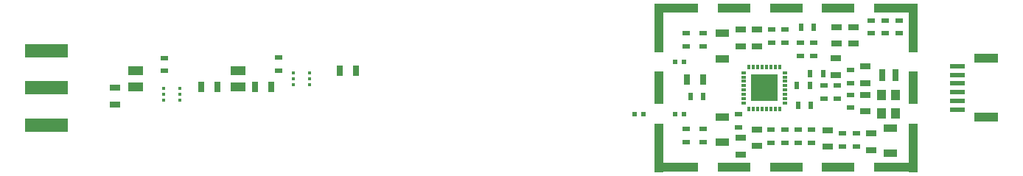
<source format=gbr>
%TF.GenerationSoftware,KiCad,Pcbnew,(5.1.6)-1*%
%TF.CreationDate,2022-03-29T15:59:44+02:00*%
%TF.ProjectId,MW_generator,4d575f67-656e-4657-9261-746f722e6b69,rev?*%
%TF.SameCoordinates,Original*%
%TF.FileFunction,Paste,Top*%
%TF.FilePolarity,Positive*%
%FSLAX46Y46*%
G04 Gerber Fmt 4.6, Leading zero omitted, Abs format (unit mm)*
G04 Created by KiCad (PCBNEW (5.1.6)-1) date 2022-03-29 15:59:44*
%MOMM*%
%LPD*%
G01*
G04 APERTURE LIST*
%ADD10R,0.500000X0.600000*%
%ADD11R,0.900000X0.600000*%
%ADD12R,2.800000X1.000000*%
%ADD13R,1.700000X0.600000*%
%ADD14R,1.100000X1.300000*%
%ADD15R,0.700000X1.300000*%
%ADD16R,0.600000X0.900000*%
%ADD17R,3.800000X1.000000*%
%ADD18R,5.000000X1.000000*%
%ADD19R,1.000000X3.800000*%
%ADD20R,1.000000X5.550000*%
%ADD21R,0.400000X0.400000*%
%ADD22R,1.780000X1.020000*%
%ADD23R,1.300000X0.700000*%
%ADD24R,0.600000X0.300000*%
%ADD25R,0.300000X0.600000*%
%ADD26R,3.100000X3.100000*%
%ADD27R,1.600000X0.900000*%
%ADD28R,0.700000X1.450000*%
%ADD29R,5.000000X1.524000*%
G04 APERTURE END LIST*
D10*
%TO.C,R11*%
X170100000Y-113000000D03*
X171100000Y-113000000D03*
%TD*%
%TO.C,L5*%
X174750000Y-113000000D03*
X175750000Y-113000000D03*
%TD*%
%TO.C,L4*%
X174750000Y-107000000D03*
X175750000Y-107000000D03*
%TD*%
D11*
%TO.C,L2*%
X178000000Y-105250000D03*
X178000000Y-103750000D03*
%TD*%
%TO.C,L3*%
X178000000Y-116250000D03*
X178000000Y-114750000D03*
%TD*%
D12*
%TO.C,J1*%
X210500000Y-106600000D03*
X210500000Y-113400000D03*
D13*
X207150000Y-112500000D03*
X207150000Y-111500000D03*
X207150000Y-110500000D03*
X207150000Y-109500000D03*
X207150000Y-108500000D03*
X207150000Y-107500000D03*
%TD*%
D14*
%TO.C,X1*%
X200075000Y-110800000D03*
X200075000Y-112900000D03*
X198425000Y-112900000D03*
X198425000Y-110800000D03*
%TD*%
D15*
%TO.C,C24*%
X178000000Y-109000000D03*
X176100000Y-109000000D03*
%TD*%
D16*
%TO.C,C23*%
X178000000Y-111000000D03*
X176500000Y-111000000D03*
%TD*%
D17*
%TO.C,J3*%
X193500000Y-119150000D03*
X181500000Y-119150000D03*
X193500000Y-100850000D03*
X181500000Y-100850000D03*
D18*
X200080000Y-100850000D03*
X200080000Y-119150000D03*
X174920000Y-119150000D03*
X174920000Y-100850000D03*
D17*
X187500000Y-100850000D03*
X187500000Y-119150000D03*
D19*
X202080000Y-110000000D03*
D20*
X202080000Y-116875000D03*
X202080000Y-103125000D03*
X172920000Y-116875000D03*
D19*
X172920000Y-110000000D03*
D20*
X172920000Y-103125000D03*
%TD*%
D11*
%TO.C,C32*%
X129200000Y-108000000D03*
X129200000Y-106500000D03*
%TD*%
%TO.C,C29*%
X116050000Y-108050000D03*
X116050000Y-106550000D03*
%TD*%
%TO.C,C27*%
X182050000Y-113050000D03*
X182050000Y-114550000D03*
%TD*%
%TO.C,C25*%
X176000000Y-116250000D03*
X176000000Y-114750000D03*
%TD*%
%TO.C,C22*%
X176000000Y-103750000D03*
X176000000Y-105250000D03*
%TD*%
%TO.C,C21*%
X187350000Y-103300000D03*
X187350000Y-104800000D03*
%TD*%
%TO.C,C19*%
X185850000Y-103300000D03*
X185850000Y-104800000D03*
%TD*%
%TO.C,C16*%
X187350000Y-116300000D03*
X187350000Y-114800000D03*
%TD*%
D16*
%TO.C,C14*%
X190275000Y-108350000D03*
X191775000Y-108350000D03*
%TD*%
D11*
%TO.C,C13*%
X194900000Y-107950000D03*
X194900000Y-109450000D03*
%TD*%
D16*
%TO.C,C10*%
X190250000Y-109750000D03*
X188750000Y-109750000D03*
%TD*%
D11*
%TO.C,C9*%
X193950000Y-116750000D03*
X193950000Y-115250000D03*
%TD*%
%TO.C,C6*%
X193400000Y-111250000D03*
X193400000Y-109750000D03*
%TD*%
%TO.C,C5*%
X195550000Y-116750000D03*
X195550000Y-115250000D03*
%TD*%
%TO.C,C3*%
X194875000Y-112300000D03*
X194875000Y-110800000D03*
%TD*%
%TO.C,C2*%
X185800000Y-116300000D03*
X185800000Y-114800000D03*
%TD*%
D21*
%TO.C,U3*%
X117875000Y-110100000D03*
X117875000Y-110750000D03*
X117875000Y-111400000D03*
X116025000Y-111400000D03*
X116025000Y-110750000D03*
X116025000Y-110100000D03*
%TD*%
%TO.C,U2*%
X132775000Y-108300000D03*
X132775000Y-108950000D03*
X132775000Y-109600000D03*
X130925000Y-109600000D03*
X130925000Y-108950000D03*
X130925000Y-108300000D03*
%TD*%
D22*
%TO.C,L6*%
X124550000Y-108050000D03*
X124550000Y-109850000D03*
%TD*%
%TO.C,L7*%
X112800000Y-108050000D03*
X112800000Y-109850000D03*
%TD*%
D23*
%TO.C,C33*%
X110400000Y-111900000D03*
X110400000Y-110000000D03*
%TD*%
D15*
%TO.C,C31*%
X122200000Y-109850000D03*
X120300000Y-109850000D03*
%TD*%
%TO.C,C30*%
X128400000Y-109850000D03*
X126500000Y-109850000D03*
%TD*%
%TO.C,C28*%
X138100000Y-108050000D03*
X136200000Y-108050000D03*
%TD*%
D24*
%TO.C,U1*%
X187400000Y-108250000D03*
X187400000Y-108750000D03*
X187400000Y-109250000D03*
X187400000Y-109750000D03*
X187400000Y-110250000D03*
X187400000Y-110750000D03*
X187400000Y-111250000D03*
X187400000Y-111750000D03*
D25*
X186750000Y-112400000D03*
X186250000Y-112400000D03*
X185750000Y-112400000D03*
X185250000Y-112400000D03*
X184750000Y-112400000D03*
X184250000Y-112400000D03*
X183750000Y-112400000D03*
X183250000Y-112400000D03*
D24*
X182600000Y-111750000D03*
X182600000Y-111250000D03*
X182600000Y-110750000D03*
X182600000Y-110250000D03*
X182600000Y-109750000D03*
X182600000Y-109250000D03*
X182600000Y-108750000D03*
X182600000Y-108250000D03*
D25*
X183250000Y-107600000D03*
X183750000Y-107600000D03*
X184250000Y-107600000D03*
X184750000Y-107600000D03*
X185250000Y-107600000D03*
X185750000Y-107600000D03*
X186250000Y-107600000D03*
X186750000Y-107600000D03*
D26*
X185000000Y-110000000D03*
%TD*%
D11*
%TO.C,R14*%
X197300000Y-102250000D03*
X197300000Y-103750000D03*
%TD*%
%TO.C,R13*%
X200500000Y-102250000D03*
X200500000Y-103750000D03*
%TD*%
%TO.C,R12*%
X198900000Y-102250000D03*
X198900000Y-103750000D03*
%TD*%
D27*
%TO.C,R10*%
X180200000Y-116250000D03*
X180200000Y-113350000D03*
%TD*%
%TO.C,R9*%
X180200000Y-103750000D03*
X180200000Y-106650000D03*
%TD*%
D16*
%TO.C,R8*%
X189200000Y-103000000D03*
X190700000Y-103000000D03*
%TD*%
D11*
%TO.C,R7*%
X190700000Y-106300000D03*
X190700000Y-104800000D03*
%TD*%
%TO.C,R6*%
X188900000Y-114800000D03*
X188900000Y-116300000D03*
%TD*%
%TO.C,R5*%
X190450000Y-116300000D03*
X190450000Y-114800000D03*
%TD*%
%TO.C,R4*%
X189150000Y-104800000D03*
X189150000Y-106300000D03*
%TD*%
%TO.C,R3*%
X191825000Y-111250000D03*
X191825000Y-109750000D03*
%TD*%
D27*
%TO.C,R2*%
X199475000Y-117500000D03*
X199475000Y-114600000D03*
%TD*%
D16*
%TO.C,R1*%
X190375000Y-112025000D03*
X188875000Y-112025000D03*
%TD*%
D28*
%TO.C,L1*%
X198575000Y-108525000D03*
X200075000Y-108525000D03*
%TD*%
D29*
%TO.C,J2*%
X102500000Y-114250000D03*
X102500000Y-105750000D03*
X102500000Y-110000000D03*
%TD*%
D23*
%TO.C,C26*%
X182325000Y-117650000D03*
X182325000Y-115750000D03*
%TD*%
%TO.C,C20*%
X195250000Y-103000000D03*
X195250000Y-104900000D03*
%TD*%
%TO.C,C18*%
X193300000Y-103000000D03*
X193300000Y-104900000D03*
%TD*%
%TO.C,C17*%
X184150000Y-103300000D03*
X184150000Y-105200000D03*
%TD*%
%TO.C,C15*%
X182250000Y-103300000D03*
X182250000Y-105200000D03*
%TD*%
%TO.C,C12*%
X193225000Y-106625000D03*
X193225000Y-108525000D03*
%TD*%
%TO.C,C11*%
X192250000Y-116750000D03*
X192250000Y-114850000D03*
%TD*%
%TO.C,C8*%
X196625000Y-107550000D03*
X196625000Y-109450000D03*
%TD*%
%TO.C,C7*%
X197275000Y-117150000D03*
X197275000Y-115250000D03*
%TD*%
%TO.C,C4*%
X184175000Y-116700000D03*
X184175000Y-114800000D03*
%TD*%
%TO.C,C1*%
X196625000Y-112700000D03*
X196625000Y-110800000D03*
%TD*%
M02*

</source>
